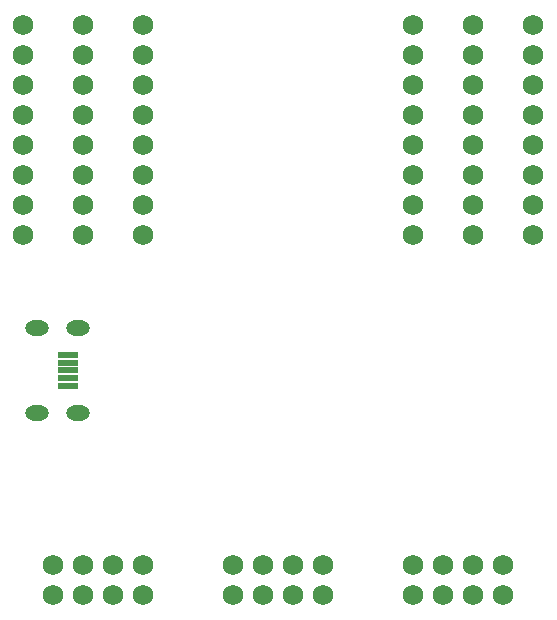
<source format=gts>
G04*
G04 #@! TF.GenerationSoftware,Altium Limited,Altium Designer,20.0.9 (164)*
G04*
G04 Layer_Color=8388736*
%FSLAX25Y25*%
%MOIN*%
G70*
G01*
G75*
%ADD12R,0.06693X0.01968*%
%ADD13C,0.06800*%
%ADD14O,0.07887X0.05131*%
D12*
X415000Y272323D02*
D03*
Y280000D02*
D03*
Y277441D02*
D03*
Y274882D02*
D03*
Y269764D02*
D03*
D13*
X440000Y330000D02*
D03*
Y320000D02*
D03*
Y350000D02*
D03*
Y340000D02*
D03*
Y370000D02*
D03*
Y360000D02*
D03*
Y380000D02*
D03*
Y390000D02*
D03*
X530000D02*
D03*
Y360000D02*
D03*
Y370000D02*
D03*
Y380000D02*
D03*
Y330000D02*
D03*
Y350000D02*
D03*
Y340000D02*
D03*
Y320000D02*
D03*
X550000Y390000D02*
D03*
Y380000D02*
D03*
Y360000D02*
D03*
Y370000D02*
D03*
Y340000D02*
D03*
Y350000D02*
D03*
Y320000D02*
D03*
Y330000D02*
D03*
X570000Y390000D02*
D03*
Y380000D02*
D03*
Y360000D02*
D03*
Y370000D02*
D03*
Y340000D02*
D03*
Y350000D02*
D03*
Y320000D02*
D03*
Y330000D02*
D03*
X420000Y320000D02*
D03*
Y330000D02*
D03*
Y350000D02*
D03*
Y340000D02*
D03*
Y370000D02*
D03*
Y360000D02*
D03*
Y390000D02*
D03*
Y380000D02*
D03*
X400000Y320000D02*
D03*
Y330000D02*
D03*
Y350000D02*
D03*
Y340000D02*
D03*
Y370000D02*
D03*
Y360000D02*
D03*
Y390000D02*
D03*
Y380000D02*
D03*
X500000Y200000D02*
D03*
Y210000D02*
D03*
X490000Y210000D02*
D03*
Y200000D02*
D03*
X480000Y210000D02*
D03*
Y200000D02*
D03*
X470000Y210000D02*
D03*
X470000Y200000D02*
D03*
X560000D02*
D03*
Y210000D02*
D03*
X550000Y210000D02*
D03*
Y200000D02*
D03*
X540000Y210000D02*
D03*
Y200000D02*
D03*
X530000Y210000D02*
D03*
X530000Y200000D02*
D03*
X440000D02*
D03*
Y210000D02*
D03*
X430000Y210000D02*
D03*
Y200000D02*
D03*
X420000Y210000D02*
D03*
Y200000D02*
D03*
X410000Y210000D02*
D03*
X410000Y200000D02*
D03*
D14*
X404488Y260807D02*
D03*
Y288957D02*
D03*
X418150Y260807D02*
D03*
Y288957D02*
D03*
M02*

</source>
